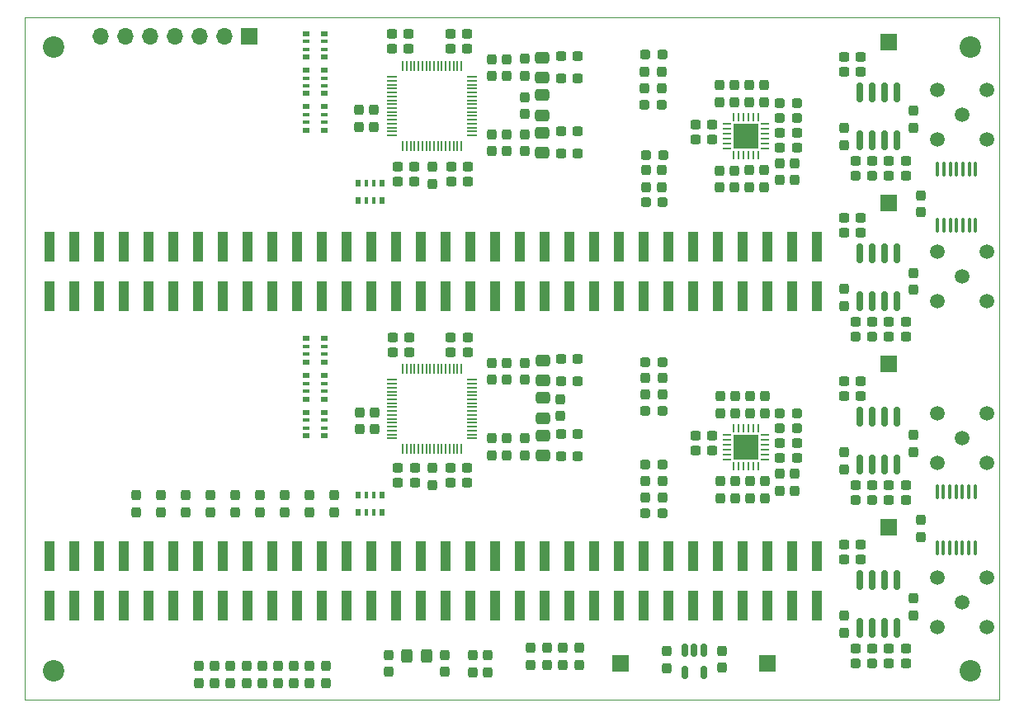
<source format=gts>
G04 #@! TF.GenerationSoftware,KiCad,Pcbnew,(6.0.2)*
G04 #@! TF.CreationDate,2022-03-04T11:28:50+07:00*
G04 #@! TF.ProjectId,zeabus_hydrophone,7a656162-7573-45f6-9879-64726f70686f,3.1.0*
G04 #@! TF.SameCoordinates,Original*
G04 #@! TF.FileFunction,Soldermask,Top*
G04 #@! TF.FilePolarity,Negative*
%FSLAX46Y46*%
G04 Gerber Fmt 4.6, Leading zero omitted, Abs format (unit mm)*
G04 Created by KiCad (PCBNEW (6.0.2)) date 2022-03-04 11:28:50*
%MOMM*%
%LPD*%
G01*
G04 APERTURE LIST*
G04 Aperture macros list*
%AMRoundRect*
0 Rectangle with rounded corners*
0 $1 Rounding radius*
0 $2 $3 $4 $5 $6 $7 $8 $9 X,Y pos of 4 corners*
0 Add a 4 corners polygon primitive as box body*
4,1,4,$2,$3,$4,$5,$6,$7,$8,$9,$2,$3,0*
0 Add four circle primitives for the rounded corners*
1,1,$1+$1,$2,$3*
1,1,$1+$1,$4,$5*
1,1,$1+$1,$6,$7*
1,1,$1+$1,$8,$9*
0 Add four rect primitives between the rounded corners*
20,1,$1+$1,$2,$3,$4,$5,0*
20,1,$1+$1,$4,$5,$6,$7,0*
20,1,$1+$1,$6,$7,$8,$9,0*
20,1,$1+$1,$8,$9,$2,$3,0*%
G04 Aperture macros list end*
G04 #@! TA.AperFunction,Profile*
%ADD10C,0.050000*%
G04 #@! TD*
%ADD11RoundRect,0.237500X0.300000X0.237500X-0.300000X0.237500X-0.300000X-0.237500X0.300000X-0.237500X0*%
%ADD12RoundRect,0.237500X0.237500X-0.300000X0.237500X0.300000X-0.237500X0.300000X-0.237500X-0.300000X0*%
%ADD13RoundRect,0.237500X-0.237500X0.287500X-0.237500X-0.287500X0.237500X-0.287500X0.237500X0.287500X0*%
%ADD14RoundRect,0.237500X-0.287500X-0.237500X0.287500X-0.237500X0.287500X0.237500X-0.287500X0.237500X0*%
%ADD15RoundRect,0.237500X0.237500X-0.287500X0.237500X0.287500X-0.237500X0.287500X-0.237500X-0.287500X0*%
%ADD16RoundRect,0.237500X-0.300000X-0.237500X0.300000X-0.237500X0.300000X0.237500X-0.300000X0.237500X0*%
%ADD17C,1.506220*%
%ADD18R,1.700000X1.700000*%
%ADD19O,1.700000X1.700000*%
%ADD20RoundRect,0.150000X0.150000X-0.825000X0.150000X0.825000X-0.150000X0.825000X-0.150000X-0.825000X0*%
%ADD21R,0.800000X0.500000*%
%ADD22R,0.800000X0.400000*%
%ADD23R,0.500000X0.800000*%
%ADD24R,0.400000X0.800000*%
%ADD25R,1.130000X0.250000*%
%ADD26R,0.250000X1.130000*%
%ADD27RoundRect,0.062500X0.375000X0.062500X-0.375000X0.062500X-0.375000X-0.062500X0.375000X-0.062500X0*%
%ADD28RoundRect,0.062500X0.062500X0.375000X-0.062500X0.375000X-0.062500X-0.375000X0.062500X-0.375000X0*%
%ADD29R,2.500000X2.500000*%
%ADD30RoundRect,0.100000X0.100000X-0.637500X0.100000X0.637500X-0.100000X0.637500X-0.100000X-0.637500X0*%
%ADD31R,1.000000X3.150000*%
%ADD32RoundRect,0.250000X-0.325000X-0.450000X0.325000X-0.450000X0.325000X0.450000X-0.325000X0.450000X0*%
%ADD33RoundRect,0.150000X-0.150000X0.512500X-0.150000X-0.512500X0.150000X-0.512500X0.150000X0.512500X0*%
%ADD34RoundRect,0.237500X-0.237500X0.300000X-0.237500X-0.300000X0.237500X-0.300000X0.237500X0.300000X0*%
%ADD35RoundRect,0.250000X0.475000X-0.337500X0.475000X0.337500X-0.475000X0.337500X-0.475000X-0.337500X0*%
%ADD36C,2.200000*%
G04 APERTURE END LIST*
D10*
X178000000Y-56000000D02*
X78000000Y-56000000D01*
X78000000Y-126000000D02*
X178000000Y-126000000D01*
X78000000Y-56000000D02*
X78000000Y-126000000D01*
X178000000Y-126000000D02*
X178000000Y-56000000D01*
D11*
X123413000Y-102177200D03*
X121688000Y-102177200D03*
D12*
X113915600Y-98265600D03*
X113915600Y-96540600D03*
X113864800Y-67226800D03*
X113864800Y-65501800D03*
X129358800Y-93182300D03*
X129358800Y-91457300D03*
X132965600Y-96892900D03*
X132965600Y-95167900D03*
D13*
X91970000Y-105036000D03*
X91970000Y-106786000D03*
D12*
X129358800Y-100903900D03*
X129358800Y-99178900D03*
X129308000Y-61965100D03*
X129308000Y-60240100D03*
D13*
X94510000Y-105022000D03*
X94510000Y-106772000D03*
X97050000Y-105022000D03*
X97050000Y-106772000D03*
X99590000Y-105022000D03*
X99590000Y-106772000D03*
D14*
X155508300Y-98164000D03*
X157258300Y-98164000D03*
D15*
X152371200Y-64698200D03*
X152371200Y-62948200D03*
D14*
X155498000Y-66312400D03*
X157248000Y-66312400D03*
X155520800Y-96640000D03*
X157270800Y-96640000D03*
D15*
X153895200Y-64698200D03*
X153895200Y-62948200D03*
D14*
X155509400Y-64788400D03*
X157259400Y-64788400D03*
D15*
X123974000Y-123183000D03*
X123974000Y-121433000D03*
D13*
X162074000Y-100591000D03*
X162074000Y-102341000D03*
X162074000Y-67317000D03*
X162074000Y-69067000D03*
D14*
X163231000Y-105530000D03*
X164981000Y-105530000D03*
D15*
X125498000Y-123183000D03*
X125498000Y-121433000D03*
D13*
X169186000Y-98813000D03*
X169186000Y-100563000D03*
X169186000Y-65539000D03*
X169186000Y-67289000D03*
D14*
X141782000Y-70097000D03*
X143532000Y-70097000D03*
X141731200Y-74973800D03*
X143481200Y-74973800D03*
X141681500Y-106875100D03*
X143431500Y-106875100D03*
D13*
X155470000Y-70935200D03*
X155470000Y-72685200D03*
X152371200Y-71674400D03*
X152371200Y-73424400D03*
X153946000Y-103588200D03*
X153946000Y-105338200D03*
X152422000Y-103588200D03*
X152422000Y-105338200D03*
X162074000Y-83827000D03*
X162074000Y-85577000D03*
X162074000Y-117355000D03*
X162074000Y-119105000D03*
D14*
X163231000Y-88766000D03*
X164981000Y-88766000D03*
X163231000Y-122294000D03*
X164981000Y-122294000D03*
D13*
X169186000Y-82190000D03*
X169186000Y-83940000D03*
X169186000Y-115577000D03*
X169186000Y-117327000D03*
X129943000Y-120671000D03*
X129943000Y-122421000D03*
X134896000Y-120671000D03*
X134896000Y-122421000D03*
D11*
X163799000Y-110102000D03*
X162074000Y-110102000D03*
D12*
X169998800Y-109287000D03*
X169998800Y-107562000D03*
D16*
X166699000Y-87242000D03*
X168424000Y-87242000D03*
D13*
X89430000Y-105022000D03*
X89430000Y-106772000D03*
D11*
X163799000Y-78098000D03*
X162074000Y-78098000D03*
D16*
X166699000Y-120770000D03*
X168424000Y-120770000D03*
D11*
X163799000Y-111626000D03*
X162074000Y-111626000D03*
D16*
X155520800Y-99688000D03*
X157245800Y-99688000D03*
X166699000Y-88766000D03*
X168424000Y-88766000D03*
D11*
X163799000Y-76574000D03*
X162074000Y-76574000D03*
D17*
X174200000Y-116000000D03*
X171660000Y-113460000D03*
X176740000Y-113460000D03*
X171660000Y-118540000D03*
X176740000Y-118540000D03*
D16*
X155521900Y-69360400D03*
X157246900Y-69360400D03*
D12*
X141653500Y-105249500D03*
X141653500Y-103524500D03*
X149374000Y-105325700D03*
X149374000Y-103600700D03*
D11*
X164968500Y-120770000D03*
X163243500Y-120770000D03*
D18*
X101040000Y-57930400D03*
D19*
X98500000Y-57930400D03*
X95960000Y-57930400D03*
X93420000Y-57930400D03*
X90880000Y-57930400D03*
X88340000Y-57930400D03*
X85800000Y-57930400D03*
D12*
X150898000Y-105325700D03*
X150898000Y-103600700D03*
D11*
X164968500Y-87242000D03*
X163243500Y-87242000D03*
D12*
X169998800Y-75964400D03*
X169998800Y-74239400D03*
D11*
X123514600Y-71290800D03*
X121789600Y-71290800D03*
X123466000Y-88815700D03*
X121741000Y-88815700D03*
X123466000Y-90339700D03*
X121741000Y-90339700D03*
D18*
X166646000Y-58540000D03*
D20*
X163725000Y-68635000D03*
X164995000Y-68635000D03*
X166265000Y-68635000D03*
X167535000Y-68635000D03*
X167535000Y-63685000D03*
X166265000Y-63685000D03*
X164995000Y-63685000D03*
X163725000Y-63685000D03*
D21*
X108719600Y-60044800D03*
D22*
X108719600Y-59244800D03*
X108719600Y-58444800D03*
D21*
X108719600Y-57644800D03*
X106919600Y-57644800D03*
D22*
X106919600Y-58444800D03*
X106919600Y-59244800D03*
D21*
X106919600Y-60044800D03*
D23*
X114633000Y-73007000D03*
D24*
X113833000Y-73007000D03*
X113033000Y-73007000D03*
D23*
X112233000Y-73007000D03*
X112233000Y-74807000D03*
D24*
X113033000Y-74807000D03*
X113833000Y-74807000D03*
D23*
X114633000Y-74807000D03*
D21*
X108719600Y-95147600D03*
D22*
X108719600Y-94347600D03*
X108719600Y-93547600D03*
D21*
X108719600Y-92747600D03*
X106919600Y-92747600D03*
D22*
X106919600Y-93547600D03*
X106919600Y-94347600D03*
D21*
X106919600Y-95147600D03*
X108719600Y-98906800D03*
D22*
X108719600Y-98106800D03*
X108719600Y-97306800D03*
D21*
X108719600Y-96506800D03*
X106919600Y-96506800D03*
D22*
X106919600Y-97306800D03*
X106919600Y-98106800D03*
D21*
X106919600Y-98906800D03*
D23*
X114633000Y-105011000D03*
D24*
X113833000Y-105011000D03*
X113033000Y-105011000D03*
D23*
X112233000Y-105011000D03*
X112233000Y-106811000D03*
D24*
X113033000Y-106811000D03*
X113833000Y-106811000D03*
D23*
X114633000Y-106811000D03*
D14*
X141680400Y-91355700D03*
X143430400Y-91355700D03*
X141691800Y-96334100D03*
X143441800Y-96334100D03*
X141680400Y-59810000D03*
X143430400Y-59810000D03*
X141629600Y-64940800D03*
X143379600Y-64940800D03*
D15*
X152422000Y-96600600D03*
X152422000Y-94850600D03*
D11*
X123415200Y-59200400D03*
X121690200Y-59200400D03*
D12*
X149323200Y-73423300D03*
X149323200Y-71698300D03*
X112391600Y-98263400D03*
X112391600Y-96538400D03*
X112340800Y-67224600D03*
X112340800Y-65499600D03*
D15*
X156994000Y-104576200D03*
X156994000Y-102826200D03*
D13*
X109750000Y-105036000D03*
X109750000Y-106786000D03*
X102130000Y-105022000D03*
X102130000Y-106772000D03*
X153895200Y-71674400D03*
X153895200Y-73424400D03*
D15*
X156994000Y-72685200D03*
X156994000Y-70935200D03*
X119859200Y-103966600D03*
X119859200Y-102216600D03*
D13*
X104670000Y-105022000D03*
X104670000Y-106772000D03*
D25*
X123923400Y-68093200D03*
X123923400Y-67693200D03*
X123923400Y-67293200D03*
X123923400Y-66893200D03*
X123923400Y-66493200D03*
X123923400Y-66093200D03*
X123923400Y-65693200D03*
X123923400Y-65293200D03*
X123923400Y-64893200D03*
X123923400Y-64493200D03*
X123923400Y-64093200D03*
X123923400Y-63693200D03*
X123923400Y-63293200D03*
X123923400Y-62893200D03*
X123923400Y-62493200D03*
X123923400Y-62093200D03*
D26*
X122808400Y-60978200D03*
X122408400Y-60978200D03*
X122008400Y-60978200D03*
X121608400Y-60978200D03*
X121208400Y-60978200D03*
X120808400Y-60978200D03*
X120408400Y-60978200D03*
X120008400Y-60978200D03*
X119608400Y-60978200D03*
X119208400Y-60978200D03*
X118808400Y-60978200D03*
X118408400Y-60978200D03*
X118008400Y-60978200D03*
X117608400Y-60978200D03*
X117208400Y-60978200D03*
X116808400Y-60978200D03*
D25*
X115693400Y-62093200D03*
X115693400Y-62493200D03*
X115693400Y-62893200D03*
X115693400Y-63293200D03*
X115693400Y-63693200D03*
X115693400Y-64093200D03*
X115693400Y-64493200D03*
X115693400Y-64893200D03*
X115693400Y-65293200D03*
X115693400Y-65693200D03*
X115693400Y-66093200D03*
X115693400Y-66493200D03*
X115693400Y-66893200D03*
X115693400Y-67293200D03*
X115693400Y-67693200D03*
X115693400Y-68093200D03*
D26*
X116808400Y-69208200D03*
X117208400Y-69208200D03*
X117608400Y-69208200D03*
X118008400Y-69208200D03*
X118408400Y-69208200D03*
X118808400Y-69208200D03*
X119208400Y-69208200D03*
X119608400Y-69208200D03*
X120008400Y-69208200D03*
X120408400Y-69208200D03*
X120808400Y-69208200D03*
X121208400Y-69208200D03*
X121608400Y-69208200D03*
X122008400Y-69208200D03*
X122408400Y-69208200D03*
X122808400Y-69208200D03*
D27*
X153968500Y-69442000D03*
X153968500Y-68942000D03*
X153968500Y-68442000D03*
X153968500Y-67942000D03*
X153968500Y-67442000D03*
X153968500Y-66942000D03*
D28*
X153281000Y-66254500D03*
X152781000Y-66254500D03*
X152281000Y-66254500D03*
X151781000Y-66254500D03*
X151281000Y-66254500D03*
X150781000Y-66254500D03*
D27*
X150093500Y-66942000D03*
X150093500Y-67442000D03*
X150093500Y-67942000D03*
X150093500Y-68442000D03*
X150093500Y-68942000D03*
X150093500Y-69442000D03*
D28*
X150781000Y-70129500D03*
X151281000Y-70129500D03*
X151781000Y-70129500D03*
X152281000Y-70129500D03*
X152781000Y-70129500D03*
X153281000Y-70129500D03*
D29*
X152031000Y-68192000D03*
D30*
X171625600Y-110406800D03*
X172275600Y-110406800D03*
X172925600Y-110406800D03*
X173575600Y-110406800D03*
X174225600Y-110406800D03*
X174875600Y-110406800D03*
X175525600Y-110406800D03*
X175525600Y-104681800D03*
X174875600Y-104681800D03*
X174225600Y-104681800D03*
X173575600Y-104681800D03*
X172925600Y-104681800D03*
X172275600Y-104681800D03*
X171625600Y-104681800D03*
D16*
X155521900Y-67836400D03*
X157246900Y-67836400D03*
D31*
X159275000Y-79525000D03*
X156735000Y-79525000D03*
X154195000Y-79525000D03*
X151655000Y-79525000D03*
X149115000Y-79525000D03*
X146575000Y-79525000D03*
X144035000Y-79525000D03*
X141495000Y-79525000D03*
X138955000Y-79525000D03*
X136415000Y-79525000D03*
X133875000Y-79525000D03*
X131335000Y-79525000D03*
X128795000Y-79525000D03*
X126255000Y-79525000D03*
X123715000Y-79525000D03*
X121175000Y-79525000D03*
X118635000Y-79525000D03*
X116095000Y-79525000D03*
X113555000Y-79525000D03*
X111015000Y-79525000D03*
X108475000Y-79525000D03*
X105935000Y-79525000D03*
X103395000Y-79525000D03*
X100855000Y-79525000D03*
X98315000Y-79525000D03*
X95775000Y-79525000D03*
X93235000Y-79525000D03*
X90695000Y-79525000D03*
X88155000Y-79525000D03*
X85615000Y-79525000D03*
X83075000Y-79525000D03*
X80535000Y-79525000D03*
X159275000Y-84575000D03*
X156735000Y-84575000D03*
X154195000Y-84575000D03*
X151655000Y-84575000D03*
X149115000Y-84575000D03*
X146575000Y-84575000D03*
X144035000Y-84575000D03*
X141495000Y-84575000D03*
X138955000Y-84575000D03*
X136415000Y-84575000D03*
X133875000Y-84575000D03*
X131335000Y-84575000D03*
X128795000Y-84575000D03*
X126255000Y-84575000D03*
X123715000Y-84575000D03*
X121175000Y-84575000D03*
X118635000Y-84575000D03*
X116095000Y-84575000D03*
X113555000Y-84575000D03*
X111015000Y-84575000D03*
X108475000Y-84575000D03*
X105935000Y-84575000D03*
X103395000Y-84575000D03*
X100855000Y-84575000D03*
X98315000Y-84575000D03*
X95775000Y-84575000D03*
X93235000Y-84575000D03*
X90695000Y-84575000D03*
X88155000Y-84575000D03*
X85615000Y-84575000D03*
X83075000Y-84575000D03*
X80535000Y-84575000D03*
X159290200Y-111271600D03*
X156750200Y-111271600D03*
X154210200Y-111271600D03*
X151670200Y-111271600D03*
X149130200Y-111271600D03*
X146590200Y-111271600D03*
X144050200Y-111271600D03*
X141510200Y-111271600D03*
X138970200Y-111271600D03*
X136430200Y-111271600D03*
X133890200Y-111271600D03*
X131350200Y-111271600D03*
X128810200Y-111271600D03*
X126270200Y-111271600D03*
X123730200Y-111271600D03*
X121190200Y-111271600D03*
X118650200Y-111271600D03*
X116110200Y-111271600D03*
X113570200Y-111271600D03*
X111030200Y-111271600D03*
X108490200Y-111271600D03*
X105950200Y-111271600D03*
X103410200Y-111271600D03*
X100870200Y-111271600D03*
X98330200Y-111271600D03*
X95790200Y-111271600D03*
X93250200Y-111271600D03*
X90710200Y-111271600D03*
X88170200Y-111271600D03*
X85630200Y-111271600D03*
X83090200Y-111271600D03*
X80550200Y-111271600D03*
X159290200Y-116321600D03*
X156750200Y-116321600D03*
X154210200Y-116321600D03*
X151670200Y-116321600D03*
X149130200Y-116321600D03*
X146590200Y-116321600D03*
X144050200Y-116321600D03*
X141510200Y-116321600D03*
X138970200Y-116321600D03*
X136430200Y-116321600D03*
X133890200Y-116321600D03*
X131350200Y-116321600D03*
X128810200Y-116321600D03*
X126270200Y-116321600D03*
X123730200Y-116321600D03*
X121190200Y-116321600D03*
X118650200Y-116321600D03*
X116110200Y-116321600D03*
X113570200Y-116321600D03*
X111030200Y-116321600D03*
X108490200Y-116321600D03*
X105950200Y-116321600D03*
X103410200Y-116321600D03*
X100870200Y-116321600D03*
X98330200Y-116321600D03*
X95790200Y-116321600D03*
X93250200Y-116321600D03*
X90710200Y-116321600D03*
X88170200Y-116321600D03*
X85630200Y-116321600D03*
X83090200Y-116321600D03*
X80550200Y-116321600D03*
D21*
X108719600Y-63804000D03*
D22*
X108719600Y-63004000D03*
X108719600Y-62204000D03*
D21*
X108719600Y-61404000D03*
X106919600Y-61404000D03*
D22*
X106919600Y-62204000D03*
X106919600Y-63004000D03*
D21*
X106919600Y-63804000D03*
X108719600Y-67563200D03*
D22*
X108719600Y-66763200D03*
X108719600Y-65963200D03*
D21*
X108719600Y-65163200D03*
X106919600Y-65163200D03*
D22*
X106919600Y-65963200D03*
X106919600Y-66763200D03*
D21*
X106919600Y-67563200D03*
D32*
X117208600Y-121532000D03*
X119258600Y-121532000D03*
D12*
X127428400Y-61992200D03*
X127428400Y-60267200D03*
X127428400Y-93184500D03*
X127428400Y-91459500D03*
D11*
X123516800Y-72814800D03*
X121791800Y-72814800D03*
X123415200Y-57676400D03*
X121690200Y-57676400D03*
D15*
X119859200Y-73091600D03*
X119859200Y-71341600D03*
D33*
X147657000Y-120902500D03*
X146707000Y-120902500D03*
X145757000Y-120902500D03*
X145757000Y-123177500D03*
X147657000Y-123177500D03*
D27*
X153968500Y-101329000D03*
X153968500Y-100829000D03*
X153968500Y-100329000D03*
X153968500Y-99829000D03*
X153968500Y-99329000D03*
X153968500Y-98829000D03*
D28*
X153281000Y-98141500D03*
X152781000Y-98141500D03*
X152281000Y-98141500D03*
X151781000Y-98141500D03*
X151281000Y-98141500D03*
X150781000Y-98141500D03*
D27*
X150093500Y-98829000D03*
X150093500Y-99329000D03*
X150093500Y-99829000D03*
X150093500Y-100329000D03*
X150093500Y-100829000D03*
X150093500Y-101329000D03*
D28*
X150781000Y-102016500D03*
X151281000Y-102016500D03*
X151781000Y-102016500D03*
X152281000Y-102016500D03*
X152781000Y-102016500D03*
X153281000Y-102016500D03*
D29*
X152031000Y-100079000D03*
D11*
X123413000Y-103701200D03*
X121688000Y-103701200D03*
D16*
X166699000Y-122294000D03*
X168424000Y-122294000D03*
D18*
X166646000Y-75050000D03*
X139163200Y-122294000D03*
X166646000Y-108324000D03*
D12*
X150847200Y-73423300D03*
X150847200Y-71698300D03*
D30*
X171681000Y-77277500D03*
X172331000Y-77277500D03*
X172981000Y-77277500D03*
X173631000Y-77277500D03*
X174281000Y-77277500D03*
X174931000Y-77277500D03*
X175581000Y-77277500D03*
X175581000Y-71552500D03*
X174931000Y-71552500D03*
X174281000Y-71552500D03*
X173631000Y-71552500D03*
X172981000Y-71552500D03*
X172331000Y-71552500D03*
X171681000Y-71552500D03*
D16*
X155523000Y-101212000D03*
X157248000Y-101212000D03*
D17*
X174200000Y-66000000D03*
X171660000Y-63460000D03*
X176740000Y-63460000D03*
X171660000Y-68540000D03*
X176740000Y-68540000D03*
X174200000Y-82600000D03*
X171660000Y-80060000D03*
X176740000Y-80060000D03*
X171660000Y-85140000D03*
X176740000Y-85140000D03*
X174200000Y-99200000D03*
X171660000Y-96660000D03*
X176740000Y-96660000D03*
X171660000Y-101740000D03*
X176740000Y-101740000D03*
D18*
X166646000Y-91560000D03*
X154200000Y-122294000D03*
D13*
X107210000Y-105022000D03*
X107210000Y-106772000D03*
D14*
X141681500Y-101896700D03*
X143431500Y-101896700D03*
X163231000Y-72256000D03*
X164981000Y-72256000D03*
D20*
X163725000Y-101909000D03*
X164995000Y-101909000D03*
X166265000Y-101909000D03*
X167535000Y-101909000D03*
X167535000Y-96959000D03*
X166265000Y-96959000D03*
X164995000Y-96959000D03*
X163725000Y-96959000D03*
X163725000Y-118673000D03*
X164995000Y-118673000D03*
X166265000Y-118673000D03*
X167535000Y-118673000D03*
X167535000Y-113723000D03*
X166265000Y-113723000D03*
X164995000Y-113723000D03*
X163725000Y-113723000D03*
X163725000Y-85145000D03*
X164995000Y-85145000D03*
X166265000Y-85145000D03*
X167535000Y-85145000D03*
X167535000Y-80195000D03*
X166265000Y-80195000D03*
X164995000Y-80195000D03*
X163725000Y-80195000D03*
D13*
X155470000Y-102814800D03*
X155470000Y-104564800D03*
D15*
X153946000Y-96600600D03*
X153946000Y-94850600D03*
D21*
X108719600Y-91337600D03*
D22*
X108719600Y-90537600D03*
X108719600Y-89737600D03*
D21*
X108719600Y-88937600D03*
X106919600Y-88937600D03*
D22*
X106919600Y-89737600D03*
X106919600Y-90537600D03*
D21*
X106919600Y-91337600D03*
D16*
X115745500Y-90340800D03*
X117470500Y-90340800D03*
D34*
X115338000Y-121432600D03*
X115338000Y-123157600D03*
D12*
X149551800Y-122700400D03*
X149551800Y-120975400D03*
D34*
X121078400Y-121431500D03*
X121078400Y-123156500D03*
D16*
X115695800Y-59200400D03*
X117420800Y-59200400D03*
D25*
X123923400Y-99181700D03*
X123923400Y-98781700D03*
X123923400Y-98381700D03*
X123923400Y-97981700D03*
X123923400Y-97581700D03*
X123923400Y-97181700D03*
X123923400Y-96781700D03*
X123923400Y-96381700D03*
X123923400Y-95981700D03*
X123923400Y-95581700D03*
X123923400Y-95181700D03*
X123923400Y-94781700D03*
X123923400Y-94381700D03*
X123923400Y-93981700D03*
X123923400Y-93581700D03*
X123923400Y-93181700D03*
D26*
X122808400Y-92066700D03*
X122408400Y-92066700D03*
X122008400Y-92066700D03*
X121608400Y-92066700D03*
X121208400Y-92066700D03*
X120808400Y-92066700D03*
X120408400Y-92066700D03*
X120008400Y-92066700D03*
X119608400Y-92066700D03*
X119208400Y-92066700D03*
X118808400Y-92066700D03*
X118408400Y-92066700D03*
X118008400Y-92066700D03*
X117608400Y-92066700D03*
X117208400Y-92066700D03*
X116808400Y-92066700D03*
D25*
X115693400Y-93181700D03*
X115693400Y-93581700D03*
X115693400Y-93981700D03*
X115693400Y-94381700D03*
X115693400Y-94781700D03*
X115693400Y-95181700D03*
X115693400Y-95581700D03*
X115693400Y-95981700D03*
X115693400Y-96381700D03*
X115693400Y-96781700D03*
X115693400Y-97181700D03*
X115693400Y-97581700D03*
X115693400Y-97981700D03*
X115693400Y-98381700D03*
X115693400Y-98781700D03*
X115693400Y-99181700D03*
D26*
X116808400Y-100296700D03*
X117208400Y-100296700D03*
X117608400Y-100296700D03*
X118008400Y-100296700D03*
X118408400Y-100296700D03*
X118808400Y-100296700D03*
X119208400Y-100296700D03*
X119608400Y-100296700D03*
X120008400Y-100296700D03*
X120408400Y-100296700D03*
X120808400Y-100296700D03*
X121208400Y-100296700D03*
X121608400Y-100296700D03*
X122008400Y-100296700D03*
X122408400Y-100296700D03*
X122808400Y-100296700D03*
D35*
X131187600Y-93235300D03*
X131187600Y-91160300D03*
D12*
X143862200Y-122751200D03*
X143862200Y-121026200D03*
D16*
X115694700Y-57676400D03*
X117419700Y-57676400D03*
X115746600Y-88816800D03*
X117471600Y-88816800D03*
D12*
X129308000Y-69737500D03*
X129308000Y-68012500D03*
X129308000Y-65875600D03*
X129308000Y-64150600D03*
D16*
X133017500Y-69991500D03*
X134742500Y-69991500D03*
X133017500Y-67705500D03*
X134742500Y-67705500D03*
X133018600Y-62269900D03*
X134743600Y-62269900D03*
X133018600Y-101058500D03*
X134743600Y-101058500D03*
X133017500Y-98772500D03*
X134742500Y-98772500D03*
X133017500Y-93336900D03*
X134742500Y-93336900D03*
X133017500Y-91050900D03*
X134742500Y-91050900D03*
D35*
X131136800Y-69889900D03*
X131136800Y-67814900D03*
X131136800Y-66029100D03*
X131136800Y-63954100D03*
X131136800Y-62168300D03*
X131136800Y-60093300D03*
X131187600Y-100956900D03*
X131187600Y-98881900D03*
X131187600Y-97096100D03*
X131187600Y-95021100D03*
D34*
X125904400Y-68012500D03*
X125904400Y-69737500D03*
X125904400Y-99181100D03*
X125904400Y-100906100D03*
D16*
X116254600Y-71290800D03*
X117979600Y-71290800D03*
X116305400Y-102177200D03*
X118030400Y-102177200D03*
D34*
X127428400Y-68011400D03*
X127428400Y-69736400D03*
X127428400Y-99180000D03*
X127428400Y-100905000D03*
D16*
X116254600Y-72814800D03*
X117979600Y-72814800D03*
X116305400Y-103701200D03*
X118030400Y-103701200D03*
D12*
X125904400Y-61992200D03*
X125904400Y-60267200D03*
X125904400Y-93183400D03*
X125904400Y-91458400D03*
D16*
X133016400Y-59983900D03*
X134741400Y-59983900D03*
D15*
X133245000Y-122421000D03*
X133245000Y-120671000D03*
X131594000Y-122421000D03*
X131594000Y-120671000D03*
D12*
X143431500Y-105249500D03*
X143431500Y-103524500D03*
D16*
X166699000Y-70732000D03*
X168424000Y-70732000D03*
D15*
X107260800Y-124298000D03*
X107260800Y-122548000D03*
X99132800Y-124298000D03*
X99132800Y-122548000D03*
D12*
X149323200Y-64686800D03*
X149323200Y-62961800D03*
D36*
X175000000Y-59000000D03*
D11*
X164968500Y-104006000D03*
X163243500Y-104006000D03*
D12*
X143379600Y-73399000D03*
X143379600Y-71674000D03*
D16*
X146836200Y-68547600D03*
X148561200Y-68547600D03*
D11*
X163799000Y-60064000D03*
X162074000Y-60064000D03*
D12*
X150847200Y-64686800D03*
X150847200Y-62961800D03*
D11*
X163799000Y-93338000D03*
X162074000Y-93338000D03*
D36*
X81000000Y-123000000D03*
D16*
X146836200Y-100399200D03*
X148561200Y-100399200D03*
D15*
X100758400Y-124298000D03*
X100758400Y-122548000D03*
D12*
X143407600Y-63264400D03*
X143407600Y-61539400D03*
X149374000Y-96589200D03*
X149374000Y-94864200D03*
D15*
X97507200Y-124298000D03*
X97507200Y-122548000D03*
D16*
X146836200Y-98875200D03*
X148561200Y-98875200D03*
X166699000Y-105530000D03*
X168424000Y-105530000D03*
D11*
X163799000Y-61588000D03*
X162074000Y-61588000D03*
D12*
X141652400Y-94708500D03*
X141652400Y-92983500D03*
X141629600Y-63262200D03*
X141629600Y-61537200D03*
D15*
X102384000Y-124298000D03*
X102384000Y-122548000D03*
D12*
X150898000Y-96589200D03*
X150898000Y-94864200D03*
D15*
X104009600Y-124298000D03*
X104009600Y-122548000D03*
X105635200Y-124298000D03*
X105635200Y-122548000D03*
D36*
X81000000Y-59000000D03*
D11*
X164968500Y-70732000D03*
X163243500Y-70732000D03*
D15*
X108886400Y-124298000D03*
X108886400Y-122548000D03*
D12*
X143481200Y-94708500D03*
X143481200Y-92983500D03*
D16*
X166699000Y-104006000D03*
X168424000Y-104006000D03*
X146836200Y-67023600D03*
X148561200Y-67023600D03*
D36*
X175000000Y-123000000D03*
D15*
X95881600Y-124298000D03*
X95881600Y-122548000D03*
D12*
X141754000Y-73399000D03*
X141754000Y-71674000D03*
D16*
X166699000Y-72256000D03*
X168424000Y-72256000D03*
D11*
X163799000Y-94862000D03*
X162074000Y-94862000D03*
M02*

</source>
